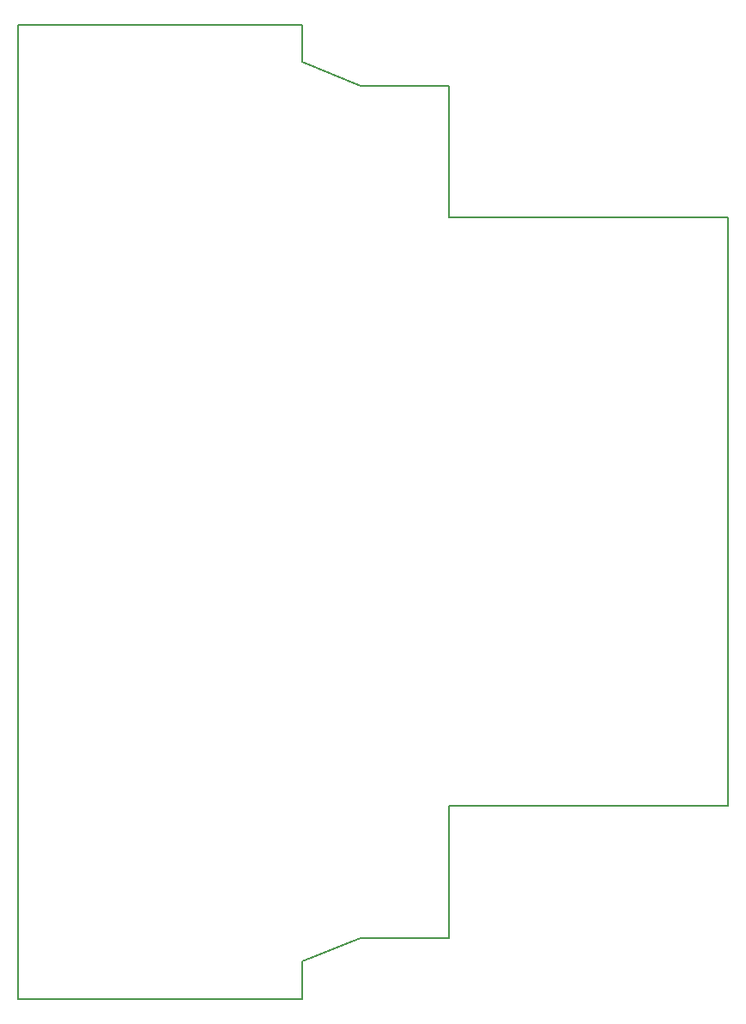
<source format=gko>
%FSLAX23Y23*%
%MOIN*%
G70*
G01*
G75*
G04 Layer_Color=16711935*
%ADD10R,0.410X0.470*%
%ADD11R,0.040X0.110*%
%ADD12R,0.012X0.047*%
%ADD13R,0.047X0.012*%
%ADD14R,0.114X0.213*%
%ADD15R,0.126X0.079*%
%ADD16R,0.050X0.040*%
%ADD17R,0.085X0.108*%
%ADD18R,0.079X0.126*%
%ADD19R,0.040X0.050*%
%ADD20R,0.047X0.098*%
%ADD21R,0.039X0.059*%
%ADD22R,0.059X0.039*%
%ADD23R,0.051X0.236*%
%ADD24R,0.118X0.059*%
%ADD25R,0.079X0.071*%
%ADD26R,0.130X0.059*%
%ADD27C,0.040*%
%ADD28C,0.010*%
%ADD29C,0.030*%
%ADD30C,0.020*%
%ADD31C,0.015*%
%ADD32C,0.011*%
%ADD33C,0.059*%
%ADD34R,0.059X0.059*%
%ADD35P,0.170X8X22.5*%
%ADD36C,0.050*%
%ADD37R,0.045X0.012*%
%ADD38R,0.071X0.047*%
%ADD39R,0.061X0.024*%
G04:AMPARAMS|DCode=40|XSize=71mil|YSize=47mil|CornerRadius=0mil|HoleSize=0mil|Usage=FLASHONLY|Rotation=135.000|XOffset=0mil|YOffset=0mil|HoleType=Round|Shape=Rectangle|*
%AMROTATEDRECTD40*
4,1,4,0.042,-0.008,0.008,-0.042,-0.042,0.008,-0.008,0.042,0.042,-0.008,0.0*
%
%ADD40ROTATEDRECTD40*%

G04:AMPARAMS|DCode=41|XSize=61mil|YSize=24mil|CornerRadius=0mil|HoleSize=0mil|Usage=FLASHONLY|Rotation=135.000|XOffset=0mil|YOffset=0mil|HoleType=Round|Shape=Rectangle|*
%AMROTATEDRECTD41*
4,1,4,0.030,-0.013,0.013,-0.030,-0.030,0.013,-0.013,0.030,0.030,-0.013,0.0*
%
%ADD41ROTATEDRECTD41*%

G04:AMPARAMS|DCode=42|XSize=71mil|YSize=47mil|CornerRadius=0mil|HoleSize=0mil|Usage=FLASHONLY|Rotation=225.000|XOffset=0mil|YOffset=0mil|HoleType=Round|Shape=Rectangle|*
%AMROTATEDRECTD42*
4,1,4,0.008,0.042,0.042,0.008,-0.008,-0.042,-0.042,-0.008,0.008,0.042,0.0*
%
%ADD42ROTATEDRECTD42*%

G04:AMPARAMS|DCode=43|XSize=61mil|YSize=24mil|CornerRadius=0mil|HoleSize=0mil|Usage=FLASHONLY|Rotation=225.000|XOffset=0mil|YOffset=0mil|HoleType=Round|Shape=Rectangle|*
%AMROTATEDRECTD43*
4,1,4,0.013,0.030,0.030,0.013,-0.013,-0.030,-0.030,-0.013,0.013,0.030,0.0*
%
%ADD43ROTATEDRECTD43*%

G04:AMPARAMS|DCode=44|XSize=39mil|YSize=197mil|CornerRadius=0mil|HoleSize=0mil|Usage=FLASHONLY|Rotation=225.000|XOffset=0mil|YOffset=0mil|HoleType=Round|Shape=Rectangle|*
%AMROTATEDRECTD44*
4,1,4,-0.056,0.084,0.084,-0.056,0.056,-0.084,-0.084,0.056,-0.056,0.084,0.0*
%
%ADD44ROTATEDRECTD44*%

G04:AMPARAMS|DCode=45|XSize=39mil|YSize=197mil|CornerRadius=0mil|HoleSize=0mil|Usage=FLASHONLY|Rotation=78.000|XOffset=0mil|YOffset=0mil|HoleType=Round|Shape=Rectangle|*
%AMROTATEDRECTD45*
4,1,4,0.092,-0.040,-0.100,0.001,-0.092,0.040,0.100,-0.001,0.092,-0.040,0.0*
%
%ADD45ROTATEDRECTD45*%

G04:AMPARAMS|DCode=46|XSize=39mil|YSize=197mil|CornerRadius=0mil|HoleSize=0mil|Usage=FLASHONLY|Rotation=102.000|XOffset=0mil|YOffset=0mil|HoleType=Round|Shape=Rectangle|*
%AMROTATEDRECTD46*
4,1,4,0.100,0.001,-0.092,-0.040,-0.100,-0.001,0.092,0.040,0.100,0.001,0.0*
%
%ADD46ROTATEDRECTD46*%

%ADD47R,0.039X0.197*%
G04:AMPARAMS|DCode=48|XSize=39mil|YSize=197mil|CornerRadius=0mil|HoleSize=0mil|Usage=FLASHONLY|Rotation=315.000|XOffset=0mil|YOffset=0mil|HoleType=Round|Shape=Rectangle|*
%AMROTATEDRECTD48*
4,1,4,-0.084,-0.056,0.056,0.084,0.084,0.056,-0.056,-0.084,-0.084,-0.056,0.0*
%
%ADD48ROTATEDRECTD48*%

%ADD49R,0.197X0.039*%
%ADD50R,0.071X0.055*%
%ADD51R,0.038X0.032*%
%ADD52R,0.061X0.024*%
%ADD53R,0.071X0.047*%
%ADD54C,0.025*%
%ADD55C,0.012*%
%ADD56R,0.424X0.484*%
%ADD57R,0.054X0.124*%
%ADD58R,0.026X0.061*%
%ADD59R,0.061X0.026*%
%ADD60R,0.128X0.227*%
%ADD61R,0.140X0.093*%
%ADD62R,0.064X0.054*%
%ADD63R,0.099X0.122*%
%ADD64R,0.093X0.140*%
%ADD65R,0.054X0.064*%
%ADD66R,0.061X0.112*%
%ADD67R,0.053X0.073*%
%ADD68R,0.073X0.053*%
%ADD69R,0.065X0.250*%
%ADD70R,0.132X0.073*%
%ADD71R,0.093X0.085*%
%ADD72R,0.144X0.073*%
%ADD73C,0.073*%
%ADD74R,0.073X0.073*%
%ADD75P,0.186X8X22.5*%
%ADD76C,0.064*%
%ADD77R,0.059X0.026*%
%ADD78R,0.085X0.061*%
%ADD79R,0.075X0.038*%
G04:AMPARAMS|DCode=80|XSize=85mil|YSize=61mil|CornerRadius=0mil|HoleSize=0mil|Usage=FLASHONLY|Rotation=135.000|XOffset=0mil|YOffset=0mil|HoleType=Round|Shape=Rectangle|*
%AMROTATEDRECTD80*
4,1,4,0.052,-0.008,0.008,-0.052,-0.052,0.008,-0.008,0.052,0.052,-0.008,0.0*
%
%ADD80ROTATEDRECTD80*%

G04:AMPARAMS|DCode=81|XSize=75mil|YSize=38mil|CornerRadius=0mil|HoleSize=0mil|Usage=FLASHONLY|Rotation=135.000|XOffset=0mil|YOffset=0mil|HoleType=Round|Shape=Rectangle|*
%AMROTATEDRECTD81*
4,1,4,0.040,-0.013,0.013,-0.040,-0.040,0.013,-0.013,0.040,0.040,-0.013,0.0*
%
%ADD81ROTATEDRECTD81*%

G04:AMPARAMS|DCode=82|XSize=85mil|YSize=61mil|CornerRadius=0mil|HoleSize=0mil|Usage=FLASHONLY|Rotation=225.000|XOffset=0mil|YOffset=0mil|HoleType=Round|Shape=Rectangle|*
%AMROTATEDRECTD82*
4,1,4,0.008,0.052,0.052,0.008,-0.008,-0.052,-0.052,-0.008,0.008,0.052,0.0*
%
%ADD82ROTATEDRECTD82*%

G04:AMPARAMS|DCode=83|XSize=75mil|YSize=38mil|CornerRadius=0mil|HoleSize=0mil|Usage=FLASHONLY|Rotation=225.000|XOffset=0mil|YOffset=0mil|HoleType=Round|Shape=Rectangle|*
%AMROTATEDRECTD83*
4,1,4,0.013,0.040,0.040,0.013,-0.013,-0.040,-0.040,-0.013,0.013,0.040,0.0*
%
%ADD83ROTATEDRECTD83*%

G04:AMPARAMS|DCode=84|XSize=53mil|YSize=211mil|CornerRadius=0mil|HoleSize=0mil|Usage=FLASHONLY|Rotation=225.000|XOffset=0mil|YOffset=0mil|HoleType=Round|Shape=Rectangle|*
%AMROTATEDRECTD84*
4,1,4,-0.056,0.093,0.093,-0.056,0.056,-0.093,-0.093,0.056,-0.056,0.093,0.0*
%
%ADD84ROTATEDRECTD84*%

G04:AMPARAMS|DCode=85|XSize=53mil|YSize=211mil|CornerRadius=0mil|HoleSize=0mil|Usage=FLASHONLY|Rotation=78.000|XOffset=0mil|YOffset=0mil|HoleType=Round|Shape=Rectangle|*
%AMROTATEDRECTD85*
4,1,4,0.098,-0.048,-0.109,-0.004,-0.098,0.048,0.109,0.004,0.098,-0.048,0.0*
%
%ADD85ROTATEDRECTD85*%

G04:AMPARAMS|DCode=86|XSize=53mil|YSize=211mil|CornerRadius=0mil|HoleSize=0mil|Usage=FLASHONLY|Rotation=102.000|XOffset=0mil|YOffset=0mil|HoleType=Round|Shape=Rectangle|*
%AMROTATEDRECTD86*
4,1,4,0.109,-0.004,-0.098,-0.048,-0.109,0.004,0.098,0.048,0.109,-0.004,0.0*
%
%ADD86ROTATEDRECTD86*%

%ADD87R,0.053X0.211*%
G04:AMPARAMS|DCode=88|XSize=53mil|YSize=211mil|CornerRadius=0mil|HoleSize=0mil|Usage=FLASHONLY|Rotation=315.000|XOffset=0mil|YOffset=0mil|HoleType=Round|Shape=Rectangle|*
%AMROTATEDRECTD88*
4,1,4,-0.093,-0.056,0.056,0.093,0.093,0.056,-0.056,-0.093,-0.093,-0.056,0.0*
%
%ADD88ROTATEDRECTD88*%

%ADD89R,0.211X0.053*%
%ADD90R,0.085X0.069*%
%ADD91R,0.052X0.046*%
%ADD92R,0.075X0.038*%
%ADD93R,0.085X0.061*%
%ADD94C,0.005*%
D94*
X3910Y3095D02*
X5012D01*
Y3240D01*
X5240Y3331D01*
X5583D01*
Y3843D01*
X6665D01*
Y6127D01*
X5583D02*
X6665D01*
X5583D02*
Y6639D01*
X5240D02*
X5583D01*
X5012Y6730D02*
X5240Y6639D01*
X5012Y6730D02*
Y6875D01*
X3910D02*
X5012D01*
X3910Y3095D02*
Y6875D01*
M02*

</source>
